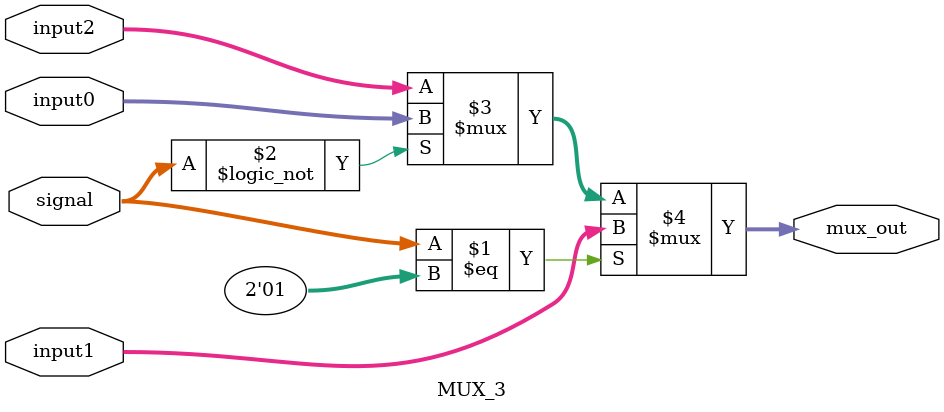
<source format=v>
module MUX_PC (
input signal,
input [31:0] input0,
input [31:0] input1,
output [31:0] mux_out
);
wire _;
// 2-1 mux
assign {_, mux_out} = (signal) ? input1 : input0 + 32'b100;

endmodule

module MUX_2 (
input signal,
input [31:0] input0,
input [31:0] input1,
output [31:0] mux_out
);

// 2-1 mux
assign mux_out = (signal) ? input1 : input0;

endmodule

module MUX_3 (
input [1:0] signal,
input [31:0] input0,
input [31:0] input1,
input [31:0] input2,
output [31:0] mux_out
);

// 3-1 mux
assign mux_out = (signal == 2'b01) ? input1 : (signal == 2'b00) ? input0 : input2;

endmodule

</source>
